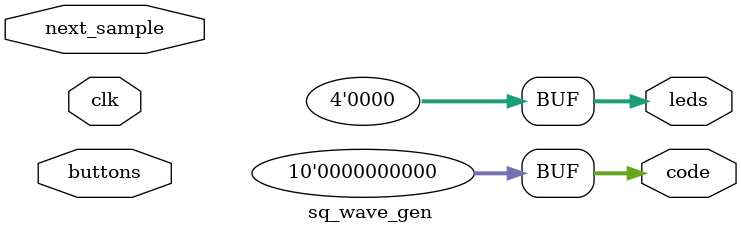
<source format=v>
module sq_wave_gen #(
    parameter STEP = 20
)(
    input clk,
    input next_sample,
    input [3:0] buttons,
    output [9:0] code,
    output [3:0] leds
);
    assign code = 0;
    assign leds = 0;
endmodule

</source>
